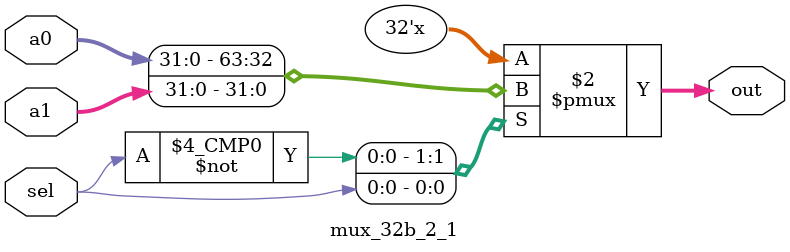
<source format=v>
`timescale 1ns / 1ps
module mux_32b_2_1(a0, a1, sel, out);

	input[31:0] a0;
	input[31:0] a1;
	input sel;
	output reg [31:0] out;
	
	always@(*) begin
		case(sel)
			1'b0: out = a0;
			1'b1: out = a1;
			default: out = a0;			
		endcase
	end

endmodule

</source>
